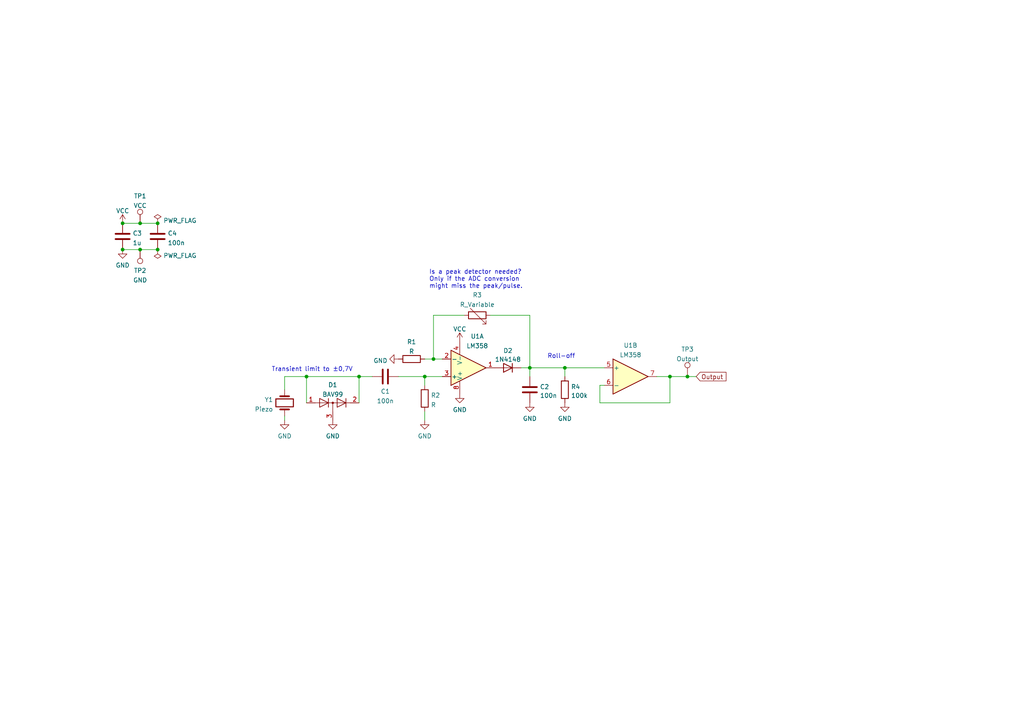
<source format=kicad_sch>
(kicad_sch (version 20230121) (generator eeschema)
  (paper "A4")
  (title_block (date "${SCH_DATE}") (rev "${SCH_REV}"))
  (lib_symbols
    (symbol "Amplifier_Operational:LM358" (pin_names (offset 0.127))
      (property "Reference" "U" (at 0 5.08 0))
      (property "Value" "LM358" (at 0 -5.08 0))
      (symbol "LM358_1_1"
        (polyline (pts (xy -5.08 5.08) (xy 5.08 0) (xy -5.08 -5.08) (xy -5.08 5.08)) (stroke (width 0.254)) (fill (type background)))
        (pin output line (at 7.62 0 180) (length 2.54) (name "~") (number "1"))
        (pin input line (at -7.62 -2.54 0) (length 2.54) (name "-") (number "2"))
        (pin input line (at -7.62 2.54 0) (length 2.54) (name "+") (number "3"))
      )
      (symbol "LM358_2_1"
        (polyline (pts (xy -5.08 5.08) (xy 5.08 0) (xy -5.08 -5.08) (xy -5.08 5.08)) (stroke (width 0.254)) (fill (type background)))
        (pin input line (at -7.62 2.54 0) (length 2.54) (name "+") (number "5"))
        (pin input line (at -7.62 -2.54 0) (length 2.54) (name "-") (number "6"))
        (pin output line (at 7.62 0 180) (length 2.54) (name "~") (number "7"))
      )
      (symbol "LM358_3_1"
        (pin power_in line (at -2.54 -7.62 90) (length 3.81) (name "V-") (number "4"))
        (pin power_in line (at -2.54 7.62 270) (length 3.81) (name "V+") (number "8"))
      )
    )
    (symbol "Connector:TestPoint" (pin_numbers hide) (pin_names (offset 0.762) hide)
      (property "Reference" "TP" (at 0 6.858 0))
      (property "Value" "TestPoint" (at 0 5.08 0))
      (symbol "TestPoint_0_1"
        (circle (center 0 3.302) (radius 0.762))
      )
      (symbol "TestPoint_1_1"
        (pin passive line (at 0 0 90) (length 2.54) (name "1") (number "1"))
      )
    )
    (symbol "Device:C" (pin_numbers hide) (pin_names (offset 0.254))
      (property "Reference" "C" (at 0.635 2.54 0))
      (property "Value" "C" (at 0.635 -2.54 0))
      (symbol "C_0_1"
        (polyline (pts (xy -2.032 -0.762) (xy 2.032 -0.762)) (stroke (width 0.508)))
        (polyline (pts (xy -2.032 0.762) (xy 2.032 0.762)) (stroke (width 0.508)))
      )
      (symbol "C_1_1"
        (pin passive line (at 0 3.81 270) (length 2.794) (name "~") (number "1"))
        (pin passive line (at 0 -3.81 90) (length 2.794) (name "~") (number "2"))
      )
    )
    (symbol "Device:Crystal" (pin_numbers hide) (pin_names (offset 1.016) hide)
      (property "Reference" "Y" (at 0 3.81 0))
      (property "Value" "Crystal" (at 0 -3.81 0))
      (symbol "Crystal_0_1"
        (rectangle (start -1.143 2.54) (end 1.143 -2.54) (stroke (width 0.3048)))
        (polyline (pts (xy -2.54 0) (xy -1.905 0)))
        (polyline (pts (xy -1.905 -1.27) (xy -1.905 1.27)) (stroke (width 0.508)))
        (polyline (pts (xy 1.905 -1.27) (xy 1.905 1.27)) (stroke (width 0.508)))
        (polyline (pts (xy 2.54 0) (xy 1.905 0)))
      )
      (symbol "Crystal_1_1"
        (pin passive line (at -3.81 0 0) (length 1.27) (name "1") (number "1"))
        (pin passive line (at 3.81 0 180) (length 1.27) (name "2") (number "2"))
      )
    )
    (symbol "Device:D" (pin_numbers hide) (pin_names (offset 1.016) hide)
      (property "Reference" "D" (at 0 2.54 0))
      (property "Value" "D" (at 0 -2.54 0))
      (symbol "D_0_1"
        (polyline (pts (xy -1.27 1.27) (xy -1.27 -1.27)) (stroke (width 0.254)))
        (polyline (pts (xy 1.27 0) (xy -1.27 0)))
        (polyline (pts (xy 1.27 1.27) (xy 1.27 -1.27) (xy -1.27 0) (xy 1.27 1.27)) (stroke (width 0.254)))
      )
      (symbol "D_1_1"
        (pin passive line (at -3.81 0 0) (length 2.54) (name "K") (number "1"))
        (pin passive line (at 3.81 0 180) (length 2.54) (name "A") (number "2"))
      )
    )
    (symbol "Device:R" (pin_numbers hide) (pin_names (offset 0))
      (property "Reference" "R" (at 2.032 0 90))
      (property "Value" "R" (at 0 0 90))
      (symbol "R_0_1"
        (rectangle (start -1.016 -2.54) (end 1.016 2.54) (stroke (width 0.254)))
      )
      (symbol "R_1_1"
        (pin passive line (at 0 3.81 270) (length 1.27) (name "~") (number "1"))
        (pin passive line (at 0 -3.81 90) (length 1.27) (name "~") (number "2"))
      )
    )
    (symbol "Device:R_Variable" (pin_numbers hide) (pin_names (offset 0))
      (property "Reference" "R" (at 2.54 -2.54 90))
      (property "Value" "R_Variable" (at -2.54 -1.27 90))
      (symbol "R_Variable_0_1"
        (rectangle (start -1.016 -2.54) (end 1.016 2.54) (stroke (width 0.254)))
        (polyline (pts (xy 2.54 1.524) (xy 2.54 2.54) (xy 1.524 2.54) (xy 2.54 2.54) (xy -2.032 -2.032)))
      )
      (symbol "R_Variable_1_1"
        (pin passive line (at 0 3.81 270) (length 1.27) (name "~") (number "1"))
        (pin passive line (at 0 -3.81 90) (length 1.27) (name "~") (number "2"))
      )
    )
    (symbol "Diode:BAV99" (pin_names hide)
      (property "Reference" "D" (at 0 5.08 0))
      (property "Value" "BAV99" (at 0 2.54 0))
      (symbol "BAV99_0_1"
        (polyline (pts (xy -5.08 0) (xy 5.08 0)))
      )
      (symbol "BAV99_1_1"
        (polyline (pts (xy 0 0) (xy 0 -2.54)))
        (polyline (pts (xy -1.27 -1.27) (xy -1.27 1.27) (xy -1.27 1.27)) (stroke (width 0.2032)))
        (polyline (pts (xy 3.81 1.27) (xy 3.81 -1.27) (xy 3.81 -1.27)) (stroke (width 0.2032)))
        (polyline (pts (xy -3.81 1.27) (xy -1.27 0) (xy -3.81 -1.27) (xy -3.81 1.27) (xy -3.81 1.27) (xy -3.81 1.27)) (stroke (width 0.2032)))
        (polyline (pts (xy 1.27 1.27) (xy 3.81 0) (xy 1.27 -1.27) (xy 1.27 1.27) (xy 1.27 1.27) (xy 1.27 1.27)) (stroke (width 0.2032)))
        (circle (center 0 0) (radius 0.254) (fill (type outline)))
        (pin passive line (at -7.62 0 0) (length 2.54) (name "K") (number "1"))
        (pin passive line (at 7.62 0 180) (length 2.54) (name "A") (number "2"))
        (pin passive line (at 0 -5.08 90) (length 2.54) (name "K") (number "3"))
      )
    )
    (symbol "power:GND" (power) (pin_names (offset 0))
      (property "Value" "GND" (at 0 -3.81 0))
      (symbol "GND_0_1"
        (polyline (pts (xy 0 0) (xy 0 -1.27) (xy 1.27 -1.27) (xy 0 -2.54) (xy -1.27 -1.27) (xy 0 -1.27)))
      )
      (symbol "GND_1_1"
        (pin power_in line (at 0 0 270) (length 0) hide (name "GND") (number "1"))
      )
    )
    (symbol "power:PWR_FLAG" (power) (pin_numbers hide) (pin_names (offset 0) hide)
      (property "Value" "PWR_FLAG" (at 0 3.81 0))
      (symbol "PWR_FLAG_0_0"
        (pin power_out line (at 0 0 90) (length 0) (name "pwr") (number "1"))
      )
      (symbol "PWR_FLAG_0_1"
        (polyline (pts (xy 0 0) (xy 0 1.27) (xy -1.016 1.905) (xy 0 2.54) (xy 1.016 1.905) (xy 0 1.27)))
      )
    )
    (symbol "power:VCC" (power) (pin_names (offset 0))
      (property "Value" "VCC" (at 0 3.81 0))
      (symbol "VCC_0_1"
        (polyline (pts (xy -0.762 1.27) (xy 0 2.54)))
        (polyline (pts (xy 0 0) (xy 0 2.54)))
        (polyline (pts (xy 0 2.54) (xy 0.762 1.27)))
      )
      (symbol "VCC_1_1"
        (pin power_in line (at 0 0 90) (length 0) hide (name "VCC") (number "1"))
      )
    )
  )
  (junction (at 45.72 64.77))
  (junction (at 35.56 64.77))
  (junction (at 45.72 72.39))
  (junction (at 153.67 106.68))
  (junction (at 125.73 104.14))
  (junction (at 104.14 109.22))
  (junction (at 35.56 72.39))
  (junction (at 40.64 64.77))
  (junction (at 194.31 109.22))
  (junction (at 40.64 72.39))
  (junction (at 123.19 109.22))
  (junction (at 199.39 109.22))
  (junction (at 88.9 109.22))
  (junction (at 163.83 106.68))
  (wire (pts (xy 153.67 106.68) (xy 153.67 109.22)))
  (wire (pts (xy 40.64 64.77) (xy 45.72 64.77)))
  (wire (pts (xy 194.31 109.22) (xy 199.39 109.22)))
  (wire (pts (xy 163.83 106.68) (xy 175.26 106.68)))
  (wire (pts (xy 134.62 91.44) (xy 125.73 91.44)))
  (wire (pts (xy 125.73 104.14) (xy 123.19 104.14)))
  (wire (pts (xy 173.99 116.84) (xy 194.31 116.84)))
  (wire (pts (xy 194.31 109.22) (xy 190.5 109.22)))
  (wire (pts (xy 35.56 64.77) (xy 40.64 64.77)))
  (wire (pts (xy 123.19 109.22) (xy 128.27 109.22)))
  (wire (pts (xy 173.99 111.76) (xy 175.26 111.76)))
  (wire (pts (xy 153.67 106.68) (xy 163.83 106.68)))
  (wire (pts (xy 104.14 109.22) (xy 107.95 109.22)))
  (wire (pts (xy 88.9 109.22) (xy 88.9 116.84)))
  (wire (pts (xy 82.55 113.03) (xy 82.55 109.22)))
  (wire (pts (xy 115.57 109.22) (xy 123.19 109.22)))
  (wire (pts (xy 82.55 109.22) (xy 88.9 109.22)))
  (wire (pts (xy 35.56 72.39) (xy 40.64 72.39)))
  (wire (pts (xy 173.99 111.76) (xy 173.99 116.84)))
  (wire (pts (xy 163.83 106.68) (xy 163.83 109.22)))
  (wire (pts (xy 199.39 109.22) (xy 201.93 109.22)))
  (wire (pts (xy 82.55 121.92) (xy 82.55 120.65)))
  (wire (pts (xy 40.64 72.39) (xy 45.72 72.39)))
  (wire (pts (xy 151.13 106.68) (xy 153.67 106.68)))
  (wire (pts (xy 123.19 109.22) (xy 123.19 111.76)))
  (wire (pts (xy 125.73 91.44) (xy 125.73 104.14)))
  (wire (pts (xy 194.31 116.84) (xy 194.31 109.22)))
  (wire (pts (xy 104.14 116.84) (xy 104.14 109.22)))
  (wire (pts (xy 125.73 104.14) (xy 128.27 104.14)))
  (wire (pts (xy 142.24 91.44) (xy 153.67 91.44)))
  (wire (pts (xy 153.67 91.44) (xy 153.67 106.68)))
  (wire (pts (xy 123.19 121.92) (xy 123.19 119.38)))
  (wire (pts (xy 104.14 109.22) (xy 88.9 109.22)))
  (text "Transient limit to ±0,7V" (at 78.74 107.95 0) (effects (font (size 1.27 1.27)) (justify left bottom)))
  (text "Is a peak detector needed?\nOnly if the ADC conversion\nmight miss the peak/pulse." (at 124.46 83.82 0) (effects (font (size 1.27 1.27)) (justify left bottom)))
  (text "Roll-off" (at 158.75 104.14 0) (effects (font (size 1.27 1.27)) (justify left bottom)))
  (global_label "Output" (shape input) (at 201.93 109.22 0) (property "Intersheetrefs" "${INTERSHEET_REFS}" (effects hide)))
  (symbol (lib_id "power:PWR_FLAG") (at 45.72 72.39 180) (unit 1)
    (property "Reference" "#FLG02" (effects hide))
    (property "Value" "PWR_FLAG" (at 47.371 74.139 0) (effects (justify right)))
  )
  (symbol (lib_id "power:GND") (at 163.83 116.84 0) (unit 1)
    (property "Reference" "#PWR010" (effects hide))
    (property "Value" "GND" (at 163.83 121.4025 0))
  )
  (symbol (lib_id "power:GND") (at 35.56 72.39 0) (unit 1)
    (property "Reference" "#PWR02" (effects hide))
    (property "Value" "GND" (at 35.56 76.9525 0))
  )
  (symbol (lib_id "Device:C") (at 35.56 68.58 0) (unit 1)
    (property "Reference" "C3" (at 38.481 67.6715 0) (effects (justify left)))
    (property "Value" "1u" (at 38.481 70.4466 0) (effects (justify left)))
    (property "Footprint" "Capacitor_SMD:C_0603_1608Metric" (effects hide))
  )
  (symbol (lib_id "Diode:BAV99") (at 96.52 116.84 0) (unit 1)
    (property "Reference" "D1" (at 96.52 111.6289 0))
    (property "Value" "BAV99" (at 96.52 114.404 0))
    (property "Footprint" "Package_TO_SOT_SMD:SOT-23" (effects hide))
    (property "Datasheet" "https://assets.nexperia.com/documents/data-sheet/BAV99_SER.pdf" (effects hide))
  )
  (symbol (lib_id "Connector:TestPoint") (at 199.39 109.22 0) (unit 1)
    (property "Reference" "TP3" (at 199.39 101.3165 0))
    (property "Value" "Output" (at 199.39 104.0916 0))
    (property "Footprint" "Connector_Wire:SolderWire-0.25sqmm_1x01_D0.65mm_OD1.7mm_Relief" (effects hide))
  )
  (symbol (lib_id "Connector:TestPoint") (at 40.64 64.77 0) (unit 1)
    (property "Reference" "TP1" (at 40.64 56.8665 0))
    (property "Value" "VCC" (at 40.64 59.6416 0))
    (property "Footprint" "Connector_Wire:SolderWire-0.25sqmm_1x01_D0.65mm_OD1.7mm_Relief" (effects hide))
  )
  (symbol (lib_id "power:GND") (at 153.67 116.84 0) (unit 1)
    (property "Reference" "#PWR09" (effects hide))
    (property "Value" "GND" (at 153.67 121.4025 0))
  )
  (symbol (lib_id "Device:C") (at 45.72 68.58 0) (unit 1)
    (property "Reference" "C4" (at 48.641 67.6715 0) (effects (justify left)))
    (property "Value" "100n" (at 48.641 70.4466 0) (effects (justify left)))
    (property "Footprint" "Capacitor_SMD:C_0603_1608Metric" (effects hide))
  )
  (symbol (lib_id "power:GND") (at 123.19 121.92 0) (unit 1)
    (property "Reference" "#PWR06" (effects hide))
    (property "Value" "GND" (at 123.19 126.4825 0))
  )
  (symbol (lib_id "Device:R") (at 119.38 104.14 270) (unit 1)
    (property "Reference" "R1" (at 119.38 99.1575 90))
    (property "Value" "R" (at 119.38 101.9326 90))
    (property "Footprint" "Resistor_SMD:R_0603_1608Metric" (effects hide))
  )
  (symbol (lib_id "power:GND") (at 115.57 104.14 270) (unit 1)
    (property "Reference" "#PWR05" (effects hide))
    (property "Value" "GND" (at 112.3951 104.619 90) (effects (justify right)))
  )
  (symbol (lib_id "Device:C") (at 111.76 109.22 90) (unit 1)
    (property "Reference" "C1" (at 111.76 113.5285 90))
    (property "Value" "100n" (at 111.76 116.3036 90))
    (property "Footprint" "Capacitor_SMD:C_0603_1608Metric" (effects hide))
  )
  (symbol (lib_id "power:GND") (at 96.52 121.92 0) (unit 1)
    (property "Reference" "#PWR04" (effects hide))
    (property "Value" "GND" (at 96.52 126.4825 0))
  )
  (symbol (lib_id "Device:R_Variable") (at 138.43 91.44 270) (unit 1)
    (property "Reference" "R3" (at 138.43 85.5685 90))
    (property "Value" "R_Variable" (at 138.43 88.3436 90))
    (property "Footprint" "Resistor_SMD:R_0603_1608Metric" (effects hide))
  )
  (symbol (lib_id "Amplifier_Operational:LM358") (at 135.89 106.68 0) (mirror x) (unit 3)
    (property "Reference" "U1" (effects hide))
    (property "Value" "LM358" (effects hide))
    (property "Footprint" "Package_SO:SOIC-8_3.9x4.9mm_P1.27mm" (effects hide))
    (property "Datasheet" "http://www.ti.com/lit/ds/symlink/lm2904-n.pdf" (effects hide))
  )
  (symbol (lib_id "Device:Crystal") (at 82.55 116.84 270) (mirror x) (unit 1)
    (property "Reference" "Y1" (at 79.2227 115.9315 90) (effects (justify right)))
    (property "Value" "Piezo" (at 79.2227 118.7066 90) (effects (justify right)))
    (property "Footprint" "Connector_Wire:SolderWire-0.1sqmm_1x02_P3.6mm_D0.4mm_OD1mm_Relief" (effects hide))
  )
  (symbol (lib_id "Connector:TestPoint") (at 40.64 72.39 180) (unit 1)
    (property "Reference" "TP2" (at 40.64 78.4765 0))
    (property "Value" "GND" (at 40.64 81.2516 0))
    (property "Footprint" "Connector_Wire:SolderWire-0.25sqmm_1x01_D0.65mm_OD1.7mm_Relief" (effects hide))
  )
  (symbol (lib_id "Device:R") (at 163.83 113.03 0) (unit 1)
    (property "Reference" "R4" (at 165.608 112.1953 0) (effects (justify left)))
    (property "Value" "100k" (at 165.608 114.7322 0) (effects (justify left)))
    (property "Footprint" "Resistor_SMD:R_0603_1608Metric" (effects hide))
  )
  (symbol (lib_id "Device:R") (at 123.19 115.57 0) (unit 1)
    (property "Reference" "R2" (at 124.968 114.6615 0) (effects (justify left)))
    (property "Value" "R" (at 124.968 117.4366 0) (effects (justify left)))
    (property "Footprint" "Resistor_SMD:R_0603_1608Metric" (effects hide))
  )
  (symbol (lib_id "Amplifier_Operational:LM358") (at 135.89 106.68 0) (mirror x) (unit 1)
    (property "Reference" "U1" (at 138.43 97.5549 0))
    (property "Value" "LM358" (at 138.43 100.33 0))
    (property "Footprint" "Package_SO:SOIC-8_3.9x4.9mm_P1.27mm" (effects hide))
    (property "Datasheet" "http://www.ti.com/lit/ds/symlink/lm2904-n.pdf" (effects hide))
  )
  (symbol (lib_id "Amplifier_Operational:LM358") (at 182.88 109.22 0) (unit 2)
    (property "Reference" "U1" (at 182.88 100.1735 0))
    (property "Value" "LM358" (at 182.88 102.9486 0))
    (property "Footprint" "Package_SO:SOIC-8_3.9x4.9mm_P1.27mm" (effects hide))
    (property "Datasheet" "http://www.ti.com/lit/ds/symlink/lm2904-n.pdf" (effects hide))
  )
  (symbol (lib_id "power:PWR_FLAG") (at 45.72 64.77 0) (unit 1)
    (property "Reference" "#FLG01" (effects hide))
    (property "Value" "PWR_FLAG" (at 47.371 63.979 0) (effects (justify left)))
  )
  (symbol (lib_id "power:GND") (at 82.55 121.92 0) (unit 1)
    (property "Reference" "#PWR03" (effects hide))
    (property "Value" "GND" (at 82.55 126.4825 0))
  )
  (symbol (lib_id "power:GND") (at 133.35 114.3 0) (unit 1)
    (property "Reference" "#PWR08" (effects hide))
    (property "Value" "GND" (at 133.35 118.8625 0))
  )
  (symbol (lib_id "Device:D") (at 147.32 106.68 180) (unit 1)
    (property "Reference" "D2" (at 147.32 101.7102 0))
    (property "Value" "1N4148" (at 147.32 104.2471 0))
    (property "Footprint" "Diode_SMD:D_MiniMELF" (effects hide))
  )
  (symbol (lib_id "power:VCC") (at 133.35 99.06 0) (unit 1)
    (property "Reference" "#PWR07" (effects hide))
    (property "Value" "VCC" (at 133.35 95.4555 0))
  )
  (symbol (lib_id "power:VCC") (at 35.56 64.77 0) (unit 1)
    (property "Reference" "#PWR01" (effects hide))
    (property "Value" "VCC" (at 35.56 61.1655 0))
  )
  (symbol (lib_id "Device:C") (at 153.67 113.03 0) (unit 1)
    (property "Reference" "C2" (at 156.591 112.1953 0) (effects (justify left)))
    (property "Value" "100n" (at 156.591 114.7322 0) (effects (justify left)))
    (property "Footprint" "Capacitor_SMD:C_0603_1608Metric" (effects hide))
  )
)
</source>
